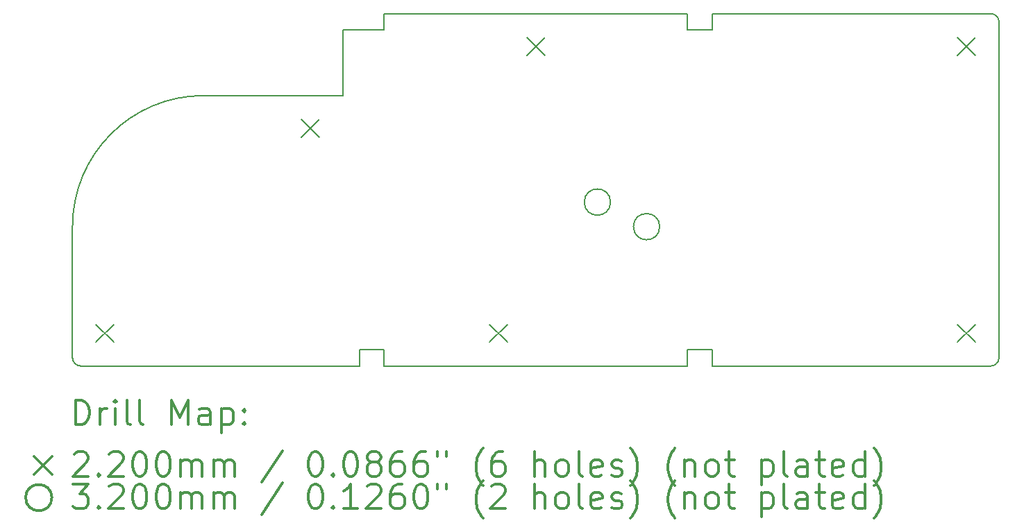
<source format=gbr>
%FSLAX45Y45*%
G04 Gerber Fmt 4.5, Leading zero omitted, Abs format (unit mm)*
G04 Created by KiCad (PCBNEW 5.1.10-88a1d61d58~88~ubuntu20.04.1) date 2021-05-28 03:59:18*
%MOMM*%
%LPD*%
G01*
G04 APERTURE LIST*
%TA.AperFunction,Profile*%
%ADD10C,0.200000*%
%TD*%
%ADD11C,0.200000*%
%ADD12C,0.300000*%
G04 APERTURE END LIST*
D10*
X18770400Y-6424532D02*
G75*
G03*
X18670400Y-6324532I-100000J0D01*
G01*
X18670400Y-10624600D02*
G75*
G03*
X18770400Y-10524600I0J100000D01*
G01*
X10970600Y-10624600D02*
X7570600Y-10624600D01*
X15270600Y-10424600D02*
X14970600Y-10424600D01*
X14970600Y-10424600D02*
X14970600Y-10624600D01*
X15270600Y-10624600D02*
X15270600Y-10424600D01*
X18670400Y-10624600D02*
X15270600Y-10624600D01*
X10970600Y-10424600D02*
X10970600Y-10624600D01*
X11270600Y-6524100D02*
X11270600Y-6324600D01*
X7470600Y-10524600D02*
X7470600Y-8924600D01*
X10771000Y-6524100D02*
X11270600Y-6524100D01*
X14970600Y-10624600D02*
X11270600Y-10624600D01*
X11270600Y-10624600D02*
X11270600Y-10424600D01*
X11270600Y-10424600D02*
X10970600Y-10424600D01*
X11270600Y-6324600D02*
X14970600Y-6324600D01*
X15270600Y-6324600D02*
X18670400Y-6324532D01*
X15270600Y-6524600D02*
X15270600Y-6324600D01*
X10770600Y-7324600D02*
X10771000Y-6524100D01*
X14970600Y-6524600D02*
X15270600Y-6524600D01*
X9070600Y-7324600D02*
X10770600Y-7324600D01*
X14970600Y-6324600D02*
X14970600Y-6524600D01*
X7470600Y-10524600D02*
G75*
G03*
X7570600Y-10624600I100000J0D01*
G01*
X9070600Y-7324600D02*
G75*
G03*
X7470600Y-8924600I0J-1600000D01*
G01*
X18770400Y-6424532D02*
X18770400Y-10524600D01*
D11*
X7759050Y-10116150D02*
X7979050Y-10336150D01*
X7979050Y-10116150D02*
X7759050Y-10336150D01*
X10260950Y-7614250D02*
X10480950Y-7834250D01*
X10480950Y-7614250D02*
X10260950Y-7834250D01*
X12559650Y-10116150D02*
X12779650Y-10336150D01*
X12779650Y-10116150D02*
X12559650Y-10336150D01*
X13010500Y-6617300D02*
X13230500Y-6837300D01*
X13230500Y-6617300D02*
X13010500Y-6837300D01*
X18261950Y-6617300D02*
X18481950Y-6837300D01*
X18481950Y-6617300D02*
X18261950Y-6837300D01*
X18261950Y-10116150D02*
X18481950Y-10336150D01*
X18481950Y-10116150D02*
X18261950Y-10336150D01*
X14032340Y-8624680D02*
G75*
G03*
X14032340Y-8624680I-160000J0D01*
G01*
X14631780Y-8924400D02*
G75*
G03*
X14631780Y-8924400I-160000J0D01*
G01*
D12*
X7505428Y-11341914D02*
X7505428Y-11041914D01*
X7576857Y-11041914D01*
X7619714Y-11056200D01*
X7648286Y-11084771D01*
X7662571Y-11113343D01*
X7676857Y-11170486D01*
X7676857Y-11213343D01*
X7662571Y-11270486D01*
X7648286Y-11299057D01*
X7619714Y-11327628D01*
X7576857Y-11341914D01*
X7505428Y-11341914D01*
X7805428Y-11341914D02*
X7805428Y-11141914D01*
X7805428Y-11199057D02*
X7819714Y-11170486D01*
X7834000Y-11156200D01*
X7862571Y-11141914D01*
X7891143Y-11141914D01*
X7991143Y-11341914D02*
X7991143Y-11141914D01*
X7991143Y-11041914D02*
X7976857Y-11056200D01*
X7991143Y-11070486D01*
X8005428Y-11056200D01*
X7991143Y-11041914D01*
X7991143Y-11070486D01*
X8176857Y-11341914D02*
X8148286Y-11327628D01*
X8134000Y-11299057D01*
X8134000Y-11041914D01*
X8334000Y-11341914D02*
X8305428Y-11327628D01*
X8291143Y-11299057D01*
X8291143Y-11041914D01*
X8676857Y-11341914D02*
X8676857Y-11041914D01*
X8776857Y-11256200D01*
X8876857Y-11041914D01*
X8876857Y-11341914D01*
X9148286Y-11341914D02*
X9148286Y-11184771D01*
X9134000Y-11156200D01*
X9105429Y-11141914D01*
X9048286Y-11141914D01*
X9019714Y-11156200D01*
X9148286Y-11327628D02*
X9119714Y-11341914D01*
X9048286Y-11341914D01*
X9019714Y-11327628D01*
X9005429Y-11299057D01*
X9005429Y-11270486D01*
X9019714Y-11241914D01*
X9048286Y-11227628D01*
X9119714Y-11227628D01*
X9148286Y-11213343D01*
X9291143Y-11141914D02*
X9291143Y-11441914D01*
X9291143Y-11156200D02*
X9319714Y-11141914D01*
X9376857Y-11141914D01*
X9405429Y-11156200D01*
X9419714Y-11170486D01*
X9434000Y-11199057D01*
X9434000Y-11284771D01*
X9419714Y-11313343D01*
X9405429Y-11327628D01*
X9376857Y-11341914D01*
X9319714Y-11341914D01*
X9291143Y-11327628D01*
X9562571Y-11313343D02*
X9576857Y-11327628D01*
X9562571Y-11341914D01*
X9548286Y-11327628D01*
X9562571Y-11313343D01*
X9562571Y-11341914D01*
X9562571Y-11156200D02*
X9576857Y-11170486D01*
X9562571Y-11184771D01*
X9548286Y-11170486D01*
X9562571Y-11156200D01*
X9562571Y-11184771D01*
X6999000Y-11726200D02*
X7219000Y-11946200D01*
X7219000Y-11726200D02*
X6999000Y-11946200D01*
X7491143Y-11700486D02*
X7505428Y-11686200D01*
X7534000Y-11671914D01*
X7605428Y-11671914D01*
X7634000Y-11686200D01*
X7648286Y-11700486D01*
X7662571Y-11729057D01*
X7662571Y-11757628D01*
X7648286Y-11800486D01*
X7476857Y-11971914D01*
X7662571Y-11971914D01*
X7791143Y-11943343D02*
X7805428Y-11957628D01*
X7791143Y-11971914D01*
X7776857Y-11957628D01*
X7791143Y-11943343D01*
X7791143Y-11971914D01*
X7919714Y-11700486D02*
X7934000Y-11686200D01*
X7962571Y-11671914D01*
X8034000Y-11671914D01*
X8062571Y-11686200D01*
X8076857Y-11700486D01*
X8091143Y-11729057D01*
X8091143Y-11757628D01*
X8076857Y-11800486D01*
X7905428Y-11971914D01*
X8091143Y-11971914D01*
X8276857Y-11671914D02*
X8305428Y-11671914D01*
X8334000Y-11686200D01*
X8348286Y-11700486D01*
X8362571Y-11729057D01*
X8376857Y-11786200D01*
X8376857Y-11857628D01*
X8362571Y-11914771D01*
X8348286Y-11943343D01*
X8334000Y-11957628D01*
X8305428Y-11971914D01*
X8276857Y-11971914D01*
X8248286Y-11957628D01*
X8234000Y-11943343D01*
X8219714Y-11914771D01*
X8205428Y-11857628D01*
X8205428Y-11786200D01*
X8219714Y-11729057D01*
X8234000Y-11700486D01*
X8248286Y-11686200D01*
X8276857Y-11671914D01*
X8562571Y-11671914D02*
X8591143Y-11671914D01*
X8619714Y-11686200D01*
X8634000Y-11700486D01*
X8648286Y-11729057D01*
X8662571Y-11786200D01*
X8662571Y-11857628D01*
X8648286Y-11914771D01*
X8634000Y-11943343D01*
X8619714Y-11957628D01*
X8591143Y-11971914D01*
X8562571Y-11971914D01*
X8534000Y-11957628D01*
X8519714Y-11943343D01*
X8505429Y-11914771D01*
X8491143Y-11857628D01*
X8491143Y-11786200D01*
X8505429Y-11729057D01*
X8519714Y-11700486D01*
X8534000Y-11686200D01*
X8562571Y-11671914D01*
X8791143Y-11971914D02*
X8791143Y-11771914D01*
X8791143Y-11800486D02*
X8805429Y-11786200D01*
X8834000Y-11771914D01*
X8876857Y-11771914D01*
X8905429Y-11786200D01*
X8919714Y-11814771D01*
X8919714Y-11971914D01*
X8919714Y-11814771D02*
X8934000Y-11786200D01*
X8962571Y-11771914D01*
X9005429Y-11771914D01*
X9034000Y-11786200D01*
X9048286Y-11814771D01*
X9048286Y-11971914D01*
X9191143Y-11971914D02*
X9191143Y-11771914D01*
X9191143Y-11800486D02*
X9205429Y-11786200D01*
X9234000Y-11771914D01*
X9276857Y-11771914D01*
X9305429Y-11786200D01*
X9319714Y-11814771D01*
X9319714Y-11971914D01*
X9319714Y-11814771D02*
X9334000Y-11786200D01*
X9362571Y-11771914D01*
X9405429Y-11771914D01*
X9434000Y-11786200D01*
X9448286Y-11814771D01*
X9448286Y-11971914D01*
X10034000Y-11657628D02*
X9776857Y-12043343D01*
X10419714Y-11671914D02*
X10448286Y-11671914D01*
X10476857Y-11686200D01*
X10491143Y-11700486D01*
X10505429Y-11729057D01*
X10519714Y-11786200D01*
X10519714Y-11857628D01*
X10505429Y-11914771D01*
X10491143Y-11943343D01*
X10476857Y-11957628D01*
X10448286Y-11971914D01*
X10419714Y-11971914D01*
X10391143Y-11957628D01*
X10376857Y-11943343D01*
X10362571Y-11914771D01*
X10348286Y-11857628D01*
X10348286Y-11786200D01*
X10362571Y-11729057D01*
X10376857Y-11700486D01*
X10391143Y-11686200D01*
X10419714Y-11671914D01*
X10648286Y-11943343D02*
X10662571Y-11957628D01*
X10648286Y-11971914D01*
X10634000Y-11957628D01*
X10648286Y-11943343D01*
X10648286Y-11971914D01*
X10848286Y-11671914D02*
X10876857Y-11671914D01*
X10905429Y-11686200D01*
X10919714Y-11700486D01*
X10934000Y-11729057D01*
X10948286Y-11786200D01*
X10948286Y-11857628D01*
X10934000Y-11914771D01*
X10919714Y-11943343D01*
X10905429Y-11957628D01*
X10876857Y-11971914D01*
X10848286Y-11971914D01*
X10819714Y-11957628D01*
X10805429Y-11943343D01*
X10791143Y-11914771D01*
X10776857Y-11857628D01*
X10776857Y-11786200D01*
X10791143Y-11729057D01*
X10805429Y-11700486D01*
X10819714Y-11686200D01*
X10848286Y-11671914D01*
X11119714Y-11800486D02*
X11091143Y-11786200D01*
X11076857Y-11771914D01*
X11062571Y-11743343D01*
X11062571Y-11729057D01*
X11076857Y-11700486D01*
X11091143Y-11686200D01*
X11119714Y-11671914D01*
X11176857Y-11671914D01*
X11205428Y-11686200D01*
X11219714Y-11700486D01*
X11234000Y-11729057D01*
X11234000Y-11743343D01*
X11219714Y-11771914D01*
X11205428Y-11786200D01*
X11176857Y-11800486D01*
X11119714Y-11800486D01*
X11091143Y-11814771D01*
X11076857Y-11829057D01*
X11062571Y-11857628D01*
X11062571Y-11914771D01*
X11076857Y-11943343D01*
X11091143Y-11957628D01*
X11119714Y-11971914D01*
X11176857Y-11971914D01*
X11205428Y-11957628D01*
X11219714Y-11943343D01*
X11234000Y-11914771D01*
X11234000Y-11857628D01*
X11219714Y-11829057D01*
X11205428Y-11814771D01*
X11176857Y-11800486D01*
X11491143Y-11671914D02*
X11434000Y-11671914D01*
X11405428Y-11686200D01*
X11391143Y-11700486D01*
X11362571Y-11743343D01*
X11348286Y-11800486D01*
X11348286Y-11914771D01*
X11362571Y-11943343D01*
X11376857Y-11957628D01*
X11405428Y-11971914D01*
X11462571Y-11971914D01*
X11491143Y-11957628D01*
X11505428Y-11943343D01*
X11519714Y-11914771D01*
X11519714Y-11843343D01*
X11505428Y-11814771D01*
X11491143Y-11800486D01*
X11462571Y-11786200D01*
X11405428Y-11786200D01*
X11376857Y-11800486D01*
X11362571Y-11814771D01*
X11348286Y-11843343D01*
X11776857Y-11671914D02*
X11719714Y-11671914D01*
X11691143Y-11686200D01*
X11676857Y-11700486D01*
X11648286Y-11743343D01*
X11634000Y-11800486D01*
X11634000Y-11914771D01*
X11648286Y-11943343D01*
X11662571Y-11957628D01*
X11691143Y-11971914D01*
X11748286Y-11971914D01*
X11776857Y-11957628D01*
X11791143Y-11943343D01*
X11805428Y-11914771D01*
X11805428Y-11843343D01*
X11791143Y-11814771D01*
X11776857Y-11800486D01*
X11748286Y-11786200D01*
X11691143Y-11786200D01*
X11662571Y-11800486D01*
X11648286Y-11814771D01*
X11634000Y-11843343D01*
X11919714Y-11671914D02*
X11919714Y-11729057D01*
X12034000Y-11671914D02*
X12034000Y-11729057D01*
X12476857Y-12086200D02*
X12462571Y-12071914D01*
X12434000Y-12029057D01*
X12419714Y-12000486D01*
X12405428Y-11957628D01*
X12391143Y-11886200D01*
X12391143Y-11829057D01*
X12405428Y-11757628D01*
X12419714Y-11714771D01*
X12434000Y-11686200D01*
X12462571Y-11643343D01*
X12476857Y-11629057D01*
X12719714Y-11671914D02*
X12662571Y-11671914D01*
X12634000Y-11686200D01*
X12619714Y-11700486D01*
X12591143Y-11743343D01*
X12576857Y-11800486D01*
X12576857Y-11914771D01*
X12591143Y-11943343D01*
X12605428Y-11957628D01*
X12634000Y-11971914D01*
X12691143Y-11971914D01*
X12719714Y-11957628D01*
X12734000Y-11943343D01*
X12748286Y-11914771D01*
X12748286Y-11843343D01*
X12734000Y-11814771D01*
X12719714Y-11800486D01*
X12691143Y-11786200D01*
X12634000Y-11786200D01*
X12605428Y-11800486D01*
X12591143Y-11814771D01*
X12576857Y-11843343D01*
X13105428Y-11971914D02*
X13105428Y-11671914D01*
X13234000Y-11971914D02*
X13234000Y-11814771D01*
X13219714Y-11786200D01*
X13191143Y-11771914D01*
X13148286Y-11771914D01*
X13119714Y-11786200D01*
X13105428Y-11800486D01*
X13419714Y-11971914D02*
X13391143Y-11957628D01*
X13376857Y-11943343D01*
X13362571Y-11914771D01*
X13362571Y-11829057D01*
X13376857Y-11800486D01*
X13391143Y-11786200D01*
X13419714Y-11771914D01*
X13462571Y-11771914D01*
X13491143Y-11786200D01*
X13505428Y-11800486D01*
X13519714Y-11829057D01*
X13519714Y-11914771D01*
X13505428Y-11943343D01*
X13491143Y-11957628D01*
X13462571Y-11971914D01*
X13419714Y-11971914D01*
X13691143Y-11971914D02*
X13662571Y-11957628D01*
X13648286Y-11929057D01*
X13648286Y-11671914D01*
X13919714Y-11957628D02*
X13891143Y-11971914D01*
X13834000Y-11971914D01*
X13805428Y-11957628D01*
X13791143Y-11929057D01*
X13791143Y-11814771D01*
X13805428Y-11786200D01*
X13834000Y-11771914D01*
X13891143Y-11771914D01*
X13919714Y-11786200D01*
X13934000Y-11814771D01*
X13934000Y-11843343D01*
X13791143Y-11871914D01*
X14048286Y-11957628D02*
X14076857Y-11971914D01*
X14134000Y-11971914D01*
X14162571Y-11957628D01*
X14176857Y-11929057D01*
X14176857Y-11914771D01*
X14162571Y-11886200D01*
X14134000Y-11871914D01*
X14091143Y-11871914D01*
X14062571Y-11857628D01*
X14048286Y-11829057D01*
X14048286Y-11814771D01*
X14062571Y-11786200D01*
X14091143Y-11771914D01*
X14134000Y-11771914D01*
X14162571Y-11786200D01*
X14276857Y-12086200D02*
X14291143Y-12071914D01*
X14319714Y-12029057D01*
X14334000Y-12000486D01*
X14348286Y-11957628D01*
X14362571Y-11886200D01*
X14362571Y-11829057D01*
X14348286Y-11757628D01*
X14334000Y-11714771D01*
X14319714Y-11686200D01*
X14291143Y-11643343D01*
X14276857Y-11629057D01*
X14819714Y-12086200D02*
X14805428Y-12071914D01*
X14776857Y-12029057D01*
X14762571Y-12000486D01*
X14748286Y-11957628D01*
X14734000Y-11886200D01*
X14734000Y-11829057D01*
X14748286Y-11757628D01*
X14762571Y-11714771D01*
X14776857Y-11686200D01*
X14805428Y-11643343D01*
X14819714Y-11629057D01*
X14934000Y-11771914D02*
X14934000Y-11971914D01*
X14934000Y-11800486D02*
X14948286Y-11786200D01*
X14976857Y-11771914D01*
X15019714Y-11771914D01*
X15048286Y-11786200D01*
X15062571Y-11814771D01*
X15062571Y-11971914D01*
X15248286Y-11971914D02*
X15219714Y-11957628D01*
X15205428Y-11943343D01*
X15191143Y-11914771D01*
X15191143Y-11829057D01*
X15205428Y-11800486D01*
X15219714Y-11786200D01*
X15248286Y-11771914D01*
X15291143Y-11771914D01*
X15319714Y-11786200D01*
X15334000Y-11800486D01*
X15348286Y-11829057D01*
X15348286Y-11914771D01*
X15334000Y-11943343D01*
X15319714Y-11957628D01*
X15291143Y-11971914D01*
X15248286Y-11971914D01*
X15434000Y-11771914D02*
X15548286Y-11771914D01*
X15476857Y-11671914D02*
X15476857Y-11929057D01*
X15491143Y-11957628D01*
X15519714Y-11971914D01*
X15548286Y-11971914D01*
X15876857Y-11771914D02*
X15876857Y-12071914D01*
X15876857Y-11786200D02*
X15905428Y-11771914D01*
X15962571Y-11771914D01*
X15991143Y-11786200D01*
X16005428Y-11800486D01*
X16019714Y-11829057D01*
X16019714Y-11914771D01*
X16005428Y-11943343D01*
X15991143Y-11957628D01*
X15962571Y-11971914D01*
X15905428Y-11971914D01*
X15876857Y-11957628D01*
X16191143Y-11971914D02*
X16162571Y-11957628D01*
X16148286Y-11929057D01*
X16148286Y-11671914D01*
X16434000Y-11971914D02*
X16434000Y-11814771D01*
X16419714Y-11786200D01*
X16391143Y-11771914D01*
X16334000Y-11771914D01*
X16305428Y-11786200D01*
X16434000Y-11957628D02*
X16405428Y-11971914D01*
X16334000Y-11971914D01*
X16305428Y-11957628D01*
X16291143Y-11929057D01*
X16291143Y-11900486D01*
X16305428Y-11871914D01*
X16334000Y-11857628D01*
X16405428Y-11857628D01*
X16434000Y-11843343D01*
X16534000Y-11771914D02*
X16648286Y-11771914D01*
X16576857Y-11671914D02*
X16576857Y-11929057D01*
X16591143Y-11957628D01*
X16619714Y-11971914D01*
X16648286Y-11971914D01*
X16862571Y-11957628D02*
X16834000Y-11971914D01*
X16776857Y-11971914D01*
X16748286Y-11957628D01*
X16734000Y-11929057D01*
X16734000Y-11814771D01*
X16748286Y-11786200D01*
X16776857Y-11771914D01*
X16834000Y-11771914D01*
X16862571Y-11786200D01*
X16876857Y-11814771D01*
X16876857Y-11843343D01*
X16734000Y-11871914D01*
X17134000Y-11971914D02*
X17134000Y-11671914D01*
X17134000Y-11957628D02*
X17105429Y-11971914D01*
X17048286Y-11971914D01*
X17019714Y-11957628D01*
X17005429Y-11943343D01*
X16991143Y-11914771D01*
X16991143Y-11829057D01*
X17005429Y-11800486D01*
X17019714Y-11786200D01*
X17048286Y-11771914D01*
X17105429Y-11771914D01*
X17134000Y-11786200D01*
X17248286Y-12086200D02*
X17262571Y-12071914D01*
X17291143Y-12029057D01*
X17305429Y-12000486D01*
X17319714Y-11957628D01*
X17334000Y-11886200D01*
X17334000Y-11829057D01*
X17319714Y-11757628D01*
X17305429Y-11714771D01*
X17291143Y-11686200D01*
X17262571Y-11643343D01*
X17248286Y-11629057D01*
X7219000Y-12232200D02*
G75*
G03*
X7219000Y-12232200I-160000J0D01*
G01*
X7476857Y-12067914D02*
X7662571Y-12067914D01*
X7562571Y-12182200D01*
X7605428Y-12182200D01*
X7634000Y-12196486D01*
X7648286Y-12210771D01*
X7662571Y-12239343D01*
X7662571Y-12310771D01*
X7648286Y-12339343D01*
X7634000Y-12353628D01*
X7605428Y-12367914D01*
X7519714Y-12367914D01*
X7491143Y-12353628D01*
X7476857Y-12339343D01*
X7791143Y-12339343D02*
X7805428Y-12353628D01*
X7791143Y-12367914D01*
X7776857Y-12353628D01*
X7791143Y-12339343D01*
X7791143Y-12367914D01*
X7919714Y-12096486D02*
X7934000Y-12082200D01*
X7962571Y-12067914D01*
X8034000Y-12067914D01*
X8062571Y-12082200D01*
X8076857Y-12096486D01*
X8091143Y-12125057D01*
X8091143Y-12153628D01*
X8076857Y-12196486D01*
X7905428Y-12367914D01*
X8091143Y-12367914D01*
X8276857Y-12067914D02*
X8305428Y-12067914D01*
X8334000Y-12082200D01*
X8348286Y-12096486D01*
X8362571Y-12125057D01*
X8376857Y-12182200D01*
X8376857Y-12253628D01*
X8362571Y-12310771D01*
X8348286Y-12339343D01*
X8334000Y-12353628D01*
X8305428Y-12367914D01*
X8276857Y-12367914D01*
X8248286Y-12353628D01*
X8234000Y-12339343D01*
X8219714Y-12310771D01*
X8205428Y-12253628D01*
X8205428Y-12182200D01*
X8219714Y-12125057D01*
X8234000Y-12096486D01*
X8248286Y-12082200D01*
X8276857Y-12067914D01*
X8562571Y-12067914D02*
X8591143Y-12067914D01*
X8619714Y-12082200D01*
X8634000Y-12096486D01*
X8648286Y-12125057D01*
X8662571Y-12182200D01*
X8662571Y-12253628D01*
X8648286Y-12310771D01*
X8634000Y-12339343D01*
X8619714Y-12353628D01*
X8591143Y-12367914D01*
X8562571Y-12367914D01*
X8534000Y-12353628D01*
X8519714Y-12339343D01*
X8505429Y-12310771D01*
X8491143Y-12253628D01*
X8491143Y-12182200D01*
X8505429Y-12125057D01*
X8519714Y-12096486D01*
X8534000Y-12082200D01*
X8562571Y-12067914D01*
X8791143Y-12367914D02*
X8791143Y-12167914D01*
X8791143Y-12196486D02*
X8805429Y-12182200D01*
X8834000Y-12167914D01*
X8876857Y-12167914D01*
X8905429Y-12182200D01*
X8919714Y-12210771D01*
X8919714Y-12367914D01*
X8919714Y-12210771D02*
X8934000Y-12182200D01*
X8962571Y-12167914D01*
X9005429Y-12167914D01*
X9034000Y-12182200D01*
X9048286Y-12210771D01*
X9048286Y-12367914D01*
X9191143Y-12367914D02*
X9191143Y-12167914D01*
X9191143Y-12196486D02*
X9205429Y-12182200D01*
X9234000Y-12167914D01*
X9276857Y-12167914D01*
X9305429Y-12182200D01*
X9319714Y-12210771D01*
X9319714Y-12367914D01*
X9319714Y-12210771D02*
X9334000Y-12182200D01*
X9362571Y-12167914D01*
X9405429Y-12167914D01*
X9434000Y-12182200D01*
X9448286Y-12210771D01*
X9448286Y-12367914D01*
X10034000Y-12053628D02*
X9776857Y-12439343D01*
X10419714Y-12067914D02*
X10448286Y-12067914D01*
X10476857Y-12082200D01*
X10491143Y-12096486D01*
X10505429Y-12125057D01*
X10519714Y-12182200D01*
X10519714Y-12253628D01*
X10505429Y-12310771D01*
X10491143Y-12339343D01*
X10476857Y-12353628D01*
X10448286Y-12367914D01*
X10419714Y-12367914D01*
X10391143Y-12353628D01*
X10376857Y-12339343D01*
X10362571Y-12310771D01*
X10348286Y-12253628D01*
X10348286Y-12182200D01*
X10362571Y-12125057D01*
X10376857Y-12096486D01*
X10391143Y-12082200D01*
X10419714Y-12067914D01*
X10648286Y-12339343D02*
X10662571Y-12353628D01*
X10648286Y-12367914D01*
X10634000Y-12353628D01*
X10648286Y-12339343D01*
X10648286Y-12367914D01*
X10948286Y-12367914D02*
X10776857Y-12367914D01*
X10862571Y-12367914D02*
X10862571Y-12067914D01*
X10834000Y-12110771D01*
X10805429Y-12139343D01*
X10776857Y-12153628D01*
X11062571Y-12096486D02*
X11076857Y-12082200D01*
X11105429Y-12067914D01*
X11176857Y-12067914D01*
X11205428Y-12082200D01*
X11219714Y-12096486D01*
X11234000Y-12125057D01*
X11234000Y-12153628D01*
X11219714Y-12196486D01*
X11048286Y-12367914D01*
X11234000Y-12367914D01*
X11491143Y-12067914D02*
X11434000Y-12067914D01*
X11405428Y-12082200D01*
X11391143Y-12096486D01*
X11362571Y-12139343D01*
X11348286Y-12196486D01*
X11348286Y-12310771D01*
X11362571Y-12339343D01*
X11376857Y-12353628D01*
X11405428Y-12367914D01*
X11462571Y-12367914D01*
X11491143Y-12353628D01*
X11505428Y-12339343D01*
X11519714Y-12310771D01*
X11519714Y-12239343D01*
X11505428Y-12210771D01*
X11491143Y-12196486D01*
X11462571Y-12182200D01*
X11405428Y-12182200D01*
X11376857Y-12196486D01*
X11362571Y-12210771D01*
X11348286Y-12239343D01*
X11705428Y-12067914D02*
X11734000Y-12067914D01*
X11762571Y-12082200D01*
X11776857Y-12096486D01*
X11791143Y-12125057D01*
X11805428Y-12182200D01*
X11805428Y-12253628D01*
X11791143Y-12310771D01*
X11776857Y-12339343D01*
X11762571Y-12353628D01*
X11734000Y-12367914D01*
X11705428Y-12367914D01*
X11676857Y-12353628D01*
X11662571Y-12339343D01*
X11648286Y-12310771D01*
X11634000Y-12253628D01*
X11634000Y-12182200D01*
X11648286Y-12125057D01*
X11662571Y-12096486D01*
X11676857Y-12082200D01*
X11705428Y-12067914D01*
X11919714Y-12067914D02*
X11919714Y-12125057D01*
X12034000Y-12067914D02*
X12034000Y-12125057D01*
X12476857Y-12482200D02*
X12462571Y-12467914D01*
X12434000Y-12425057D01*
X12419714Y-12396486D01*
X12405428Y-12353628D01*
X12391143Y-12282200D01*
X12391143Y-12225057D01*
X12405428Y-12153628D01*
X12419714Y-12110771D01*
X12434000Y-12082200D01*
X12462571Y-12039343D01*
X12476857Y-12025057D01*
X12576857Y-12096486D02*
X12591143Y-12082200D01*
X12619714Y-12067914D01*
X12691143Y-12067914D01*
X12719714Y-12082200D01*
X12734000Y-12096486D01*
X12748286Y-12125057D01*
X12748286Y-12153628D01*
X12734000Y-12196486D01*
X12562571Y-12367914D01*
X12748286Y-12367914D01*
X13105428Y-12367914D02*
X13105428Y-12067914D01*
X13234000Y-12367914D02*
X13234000Y-12210771D01*
X13219714Y-12182200D01*
X13191143Y-12167914D01*
X13148286Y-12167914D01*
X13119714Y-12182200D01*
X13105428Y-12196486D01*
X13419714Y-12367914D02*
X13391143Y-12353628D01*
X13376857Y-12339343D01*
X13362571Y-12310771D01*
X13362571Y-12225057D01*
X13376857Y-12196486D01*
X13391143Y-12182200D01*
X13419714Y-12167914D01*
X13462571Y-12167914D01*
X13491143Y-12182200D01*
X13505428Y-12196486D01*
X13519714Y-12225057D01*
X13519714Y-12310771D01*
X13505428Y-12339343D01*
X13491143Y-12353628D01*
X13462571Y-12367914D01*
X13419714Y-12367914D01*
X13691143Y-12367914D02*
X13662571Y-12353628D01*
X13648286Y-12325057D01*
X13648286Y-12067914D01*
X13919714Y-12353628D02*
X13891143Y-12367914D01*
X13834000Y-12367914D01*
X13805428Y-12353628D01*
X13791143Y-12325057D01*
X13791143Y-12210771D01*
X13805428Y-12182200D01*
X13834000Y-12167914D01*
X13891143Y-12167914D01*
X13919714Y-12182200D01*
X13934000Y-12210771D01*
X13934000Y-12239343D01*
X13791143Y-12267914D01*
X14048286Y-12353628D02*
X14076857Y-12367914D01*
X14134000Y-12367914D01*
X14162571Y-12353628D01*
X14176857Y-12325057D01*
X14176857Y-12310771D01*
X14162571Y-12282200D01*
X14134000Y-12267914D01*
X14091143Y-12267914D01*
X14062571Y-12253628D01*
X14048286Y-12225057D01*
X14048286Y-12210771D01*
X14062571Y-12182200D01*
X14091143Y-12167914D01*
X14134000Y-12167914D01*
X14162571Y-12182200D01*
X14276857Y-12482200D02*
X14291143Y-12467914D01*
X14319714Y-12425057D01*
X14334000Y-12396486D01*
X14348286Y-12353628D01*
X14362571Y-12282200D01*
X14362571Y-12225057D01*
X14348286Y-12153628D01*
X14334000Y-12110771D01*
X14319714Y-12082200D01*
X14291143Y-12039343D01*
X14276857Y-12025057D01*
X14819714Y-12482200D02*
X14805428Y-12467914D01*
X14776857Y-12425057D01*
X14762571Y-12396486D01*
X14748286Y-12353628D01*
X14734000Y-12282200D01*
X14734000Y-12225057D01*
X14748286Y-12153628D01*
X14762571Y-12110771D01*
X14776857Y-12082200D01*
X14805428Y-12039343D01*
X14819714Y-12025057D01*
X14934000Y-12167914D02*
X14934000Y-12367914D01*
X14934000Y-12196486D02*
X14948286Y-12182200D01*
X14976857Y-12167914D01*
X15019714Y-12167914D01*
X15048286Y-12182200D01*
X15062571Y-12210771D01*
X15062571Y-12367914D01*
X15248286Y-12367914D02*
X15219714Y-12353628D01*
X15205428Y-12339343D01*
X15191143Y-12310771D01*
X15191143Y-12225057D01*
X15205428Y-12196486D01*
X15219714Y-12182200D01*
X15248286Y-12167914D01*
X15291143Y-12167914D01*
X15319714Y-12182200D01*
X15334000Y-12196486D01*
X15348286Y-12225057D01*
X15348286Y-12310771D01*
X15334000Y-12339343D01*
X15319714Y-12353628D01*
X15291143Y-12367914D01*
X15248286Y-12367914D01*
X15434000Y-12167914D02*
X15548286Y-12167914D01*
X15476857Y-12067914D02*
X15476857Y-12325057D01*
X15491143Y-12353628D01*
X15519714Y-12367914D01*
X15548286Y-12367914D01*
X15876857Y-12167914D02*
X15876857Y-12467914D01*
X15876857Y-12182200D02*
X15905428Y-12167914D01*
X15962571Y-12167914D01*
X15991143Y-12182200D01*
X16005428Y-12196486D01*
X16019714Y-12225057D01*
X16019714Y-12310771D01*
X16005428Y-12339343D01*
X15991143Y-12353628D01*
X15962571Y-12367914D01*
X15905428Y-12367914D01*
X15876857Y-12353628D01*
X16191143Y-12367914D02*
X16162571Y-12353628D01*
X16148286Y-12325057D01*
X16148286Y-12067914D01*
X16434000Y-12367914D02*
X16434000Y-12210771D01*
X16419714Y-12182200D01*
X16391143Y-12167914D01*
X16334000Y-12167914D01*
X16305428Y-12182200D01*
X16434000Y-12353628D02*
X16405428Y-12367914D01*
X16334000Y-12367914D01*
X16305428Y-12353628D01*
X16291143Y-12325057D01*
X16291143Y-12296486D01*
X16305428Y-12267914D01*
X16334000Y-12253628D01*
X16405428Y-12253628D01*
X16434000Y-12239343D01*
X16534000Y-12167914D02*
X16648286Y-12167914D01*
X16576857Y-12067914D02*
X16576857Y-12325057D01*
X16591143Y-12353628D01*
X16619714Y-12367914D01*
X16648286Y-12367914D01*
X16862571Y-12353628D02*
X16834000Y-12367914D01*
X16776857Y-12367914D01*
X16748286Y-12353628D01*
X16734000Y-12325057D01*
X16734000Y-12210771D01*
X16748286Y-12182200D01*
X16776857Y-12167914D01*
X16834000Y-12167914D01*
X16862571Y-12182200D01*
X16876857Y-12210771D01*
X16876857Y-12239343D01*
X16734000Y-12267914D01*
X17134000Y-12367914D02*
X17134000Y-12067914D01*
X17134000Y-12353628D02*
X17105429Y-12367914D01*
X17048286Y-12367914D01*
X17019714Y-12353628D01*
X17005429Y-12339343D01*
X16991143Y-12310771D01*
X16991143Y-12225057D01*
X17005429Y-12196486D01*
X17019714Y-12182200D01*
X17048286Y-12167914D01*
X17105429Y-12167914D01*
X17134000Y-12182200D01*
X17248286Y-12482200D02*
X17262571Y-12467914D01*
X17291143Y-12425057D01*
X17305429Y-12396486D01*
X17319714Y-12353628D01*
X17334000Y-12282200D01*
X17334000Y-12225057D01*
X17319714Y-12153628D01*
X17305429Y-12110771D01*
X17291143Y-12082200D01*
X17262571Y-12039343D01*
X17248286Y-12025057D01*
M02*

</source>
